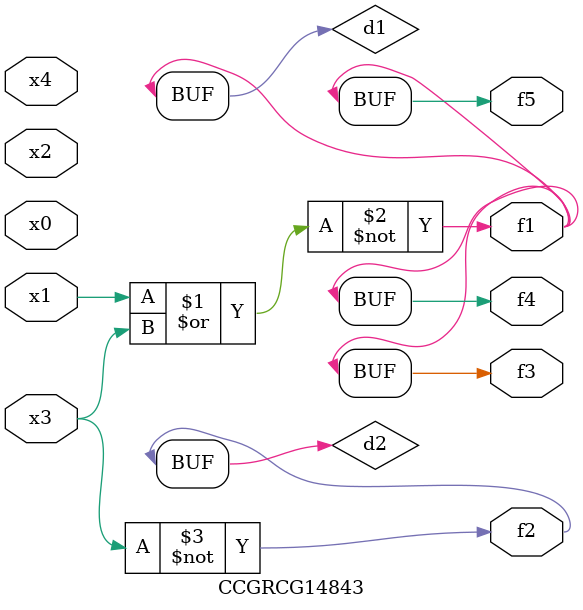
<source format=v>
module CCGRCG14843(
	input x0, x1, x2, x3, x4,
	output f1, f2, f3, f4, f5
);

	wire d1, d2;

	nor (d1, x1, x3);
	not (d2, x3);
	assign f1 = d1;
	assign f2 = d2;
	assign f3 = d1;
	assign f4 = d1;
	assign f5 = d1;
endmodule

</source>
